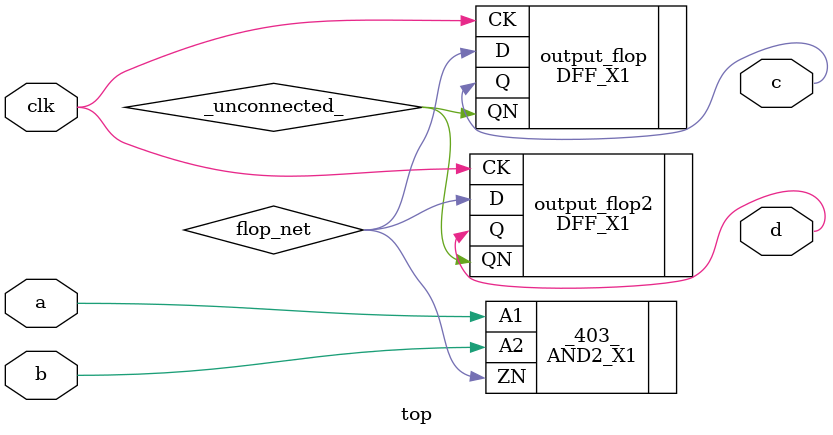
<source format=v>
/* Generated by Yosys 0.9+4052 (git sha1 5c1e6a0e, clang 7.0.1 -fPIC -Os) */

/* This test makes sure that we keep track of any outputs that aren't directly
on the logic cone, but are driven by cell that are. If we were to destory these
cells we need to make sure any pins they drive are primary outputs in ABC to
preserve correctness.
*/

module top(clk, a, b, c, d);
  input clk;
  input a;
  input b;
  output c;
  output d;
  
  wire flop_net;
  wire _unconnected_;

  AND2_X1 _403_ (
    .A1(a),
    .A2(b),
    .ZN(flop_net)
  );

  DFF_X1 output_flop (
    .CK(clk),
    .D(flop_net),
    .Q(c),
    .QN(_unconnected_)
  );

  DFF_X1 output_flop2 (
    .CK(clk),
    .D(flop_net),
    .Q(d),
    .QN(_unconnected_)
  );

endmodule

</source>
